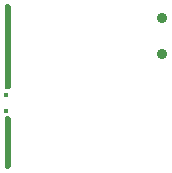
<source format=gbr>
%TF.GenerationSoftware,Altium Limited,Altium Designer,19.0.15 (446)*%
G04 Layer_Color=0*
%FSLAX26Y26*%
%MOIN*%
%TF.FileFunction,NonPlated,1,4,NPTH,Drill*%
%TF.Part,Single*%
G01*
G75*
%TA.AperFunction,ComponentDrill*%
%ADD133C,0.035433*%
%TA.AperFunction,OtherDrill,Pad Free-1 (1373.74mil,403.15mil)*%
%ADD134C,0.015000*%
%TA.AperFunction,OtherDrill,Pad Free-1 (1373.731mil,351.969mil)*%
%ADD135C,0.015000*%
G36*
X1368110Y433070D02*
X1368109Y431112D01*
X1369607Y427494D01*
X1372376Y424725D01*
X1375994Y423226D01*
X1379910Y423226D01*
X1383528Y424725D01*
X1386297Y427494D01*
X1387795Y431112D01*
X1387794Y433070D01*
X1387795Y433070D01*
X1387795Y698695D01*
X1387697Y700653D01*
X1386018Y704196D01*
X1383111Y706827D01*
X1379418Y708145D01*
X1375502Y707949D01*
X1371959Y706269D01*
X1369329Y703361D01*
X1368011Y699668D01*
X1368110Y697710D01*
Y697711D01*
X1368110Y433070D01*
D02*
G37*
G36*
X1368110Y167322D02*
X1368110Y165364D01*
X1369608Y161746D01*
X1372376Y158977D01*
X1375994Y157478D01*
X1379910Y157478D01*
X1383528Y158977D01*
X1386297Y161746D01*
X1387795Y165364D01*
X1387794Y167322D01*
X1387795Y167322D01*
X1387795Y324500D01*
X1387795Y326458D01*
X1386297Y330076D01*
X1383528Y332845D01*
X1379910Y334344D01*
X1375994Y334344D01*
X1372377Y332845D01*
X1369608Y330076D01*
X1368110Y326457D01*
X1368110Y324499D01*
Y324500D01*
X1368110Y167322D01*
D02*
G37*
D133*
X1893701Y659449D02*
D03*
Y541338D02*
D03*
D134*
X1373740Y403150D02*
D03*
D135*
X1373731Y351969D02*
D03*
%TF.MD5,8bbeddbe5f6f0a5df5c7446f2744109e*%
M02*

</source>
